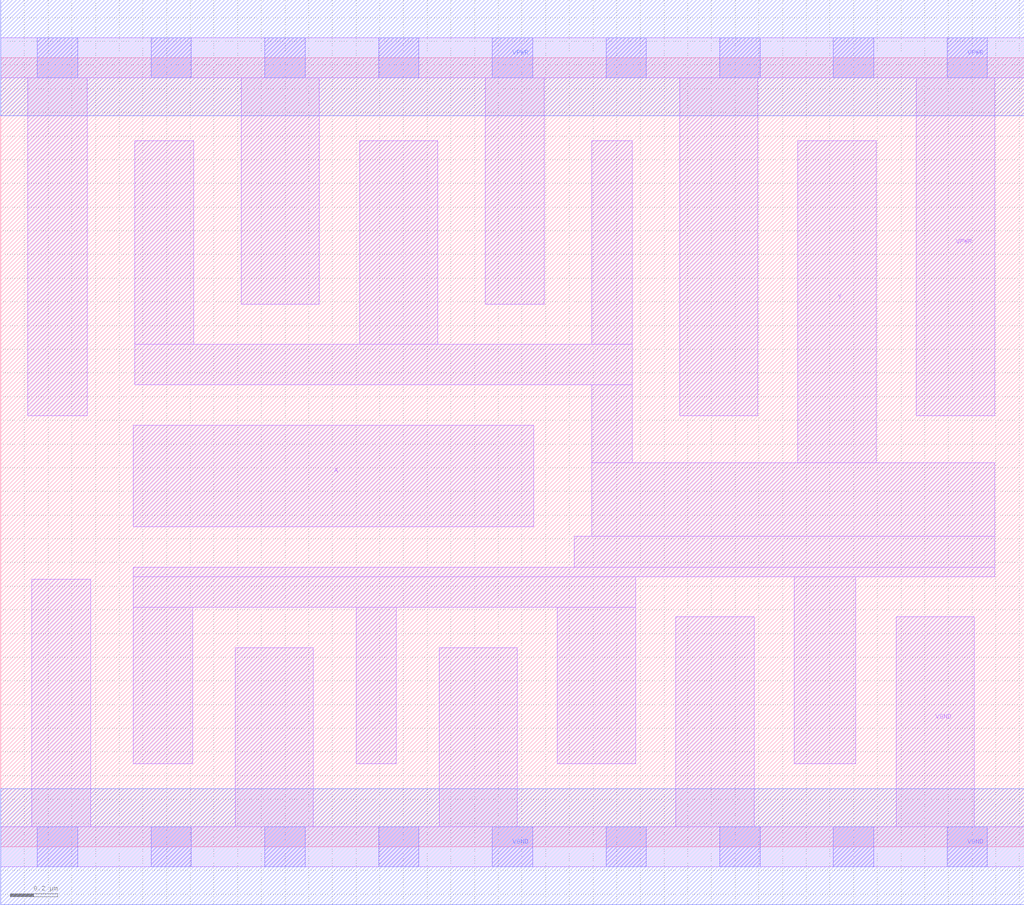
<source format=lef>
# Copyright 2020 The SkyWater PDK Authors
#
# Licensed under the Apache License, Version 2.0 (the "License");
# you may not use this file except in compliance with the License.
# You may obtain a copy of the License at
#
#     https://www.apache.org/licenses/LICENSE-2.0
#
# Unless required by applicable law or agreed to in writing, software
# distributed under the License is distributed on an "AS IS" BASIS,
# WITHOUT WARRANTIES OR CONDITIONS OF ANY KIND, either express or implied.
# See the License for the specific language governing permissions and
# limitations under the License.
#
# SPDX-License-Identifier: Apache-2.0

VERSION 5.7 ;
  NAMESCASESENSITIVE ON ;
  NOWIREEXTENSIONATPIN ON ;
  DIVIDERCHAR "/" ;
  BUSBITCHARS "[]" ;
UNITS
  DATABASE MICRONS 200 ;
END UNITS
MACRO sky130_fd_sc_ls__inv_8
  CLASS CORE ;
  SOURCE USER ;
  FOREIGN sky130_fd_sc_ls__inv_8 ;
  ORIGIN  0.000000  0.000000 ;
  SIZE  4.320000 BY  3.330000 ;
  SYMMETRY X Y ;
  SITE unit ;
  PIN A
    ANTENNAGATEAREA  2.232000 ;
    DIRECTION INPUT ;
    USE SIGNAL ;
    PORT
      LAYER li1 ;
        RECT 0.560000 1.350000 2.250000 1.780000 ;
    END
  END A
  PIN Y
    ANTENNADIFFAREA  2.172800 ;
    DIRECTION OUTPUT ;
    USE SIGNAL ;
    PORT
      LAYER li1 ;
        RECT 0.560000 0.350000 0.810000 1.010000 ;
        RECT 0.560000 1.010000 2.680000 1.140000 ;
        RECT 0.560000 1.140000 4.195000 1.180000 ;
        RECT 0.565000 1.950000 2.665000 2.120000 ;
        RECT 0.565000 2.120000 0.815000 2.980000 ;
        RECT 1.500000 0.350000 1.670000 1.010000 ;
        RECT 1.515000 2.120000 1.845000 2.980000 ;
        RECT 2.350000 0.350000 2.680000 1.010000 ;
        RECT 2.420000 1.180000 4.195000 1.310000 ;
        RECT 2.495000 1.310000 4.195000 1.620000 ;
        RECT 2.495000 1.620000 2.665000 1.950000 ;
        RECT 2.495000 2.120000 2.665000 2.980000 ;
        RECT 3.350000 0.350000 3.610000 1.140000 ;
        RECT 3.365000 1.620000 3.695000 2.980000 ;
    END
  END Y
  PIN VGND
    DIRECTION INOUT ;
    SHAPE ABUTMENT ;
    USE GROUND ;
    PORT
      LAYER li1 ;
        RECT 0.000000 -0.085000 4.320000 0.085000 ;
        RECT 0.130000  0.085000 0.380000 1.130000 ;
        RECT 0.990000  0.085000 1.320000 0.840000 ;
        RECT 1.850000  0.085000 2.180000 0.840000 ;
        RECT 2.850000  0.085000 3.180000 0.970000 ;
        RECT 3.780000  0.085000 4.110000 0.970000 ;
      LAYER mcon ;
        RECT 0.155000 -0.085000 0.325000 0.085000 ;
        RECT 0.635000 -0.085000 0.805000 0.085000 ;
        RECT 1.115000 -0.085000 1.285000 0.085000 ;
        RECT 1.595000 -0.085000 1.765000 0.085000 ;
        RECT 2.075000 -0.085000 2.245000 0.085000 ;
        RECT 2.555000 -0.085000 2.725000 0.085000 ;
        RECT 3.035000 -0.085000 3.205000 0.085000 ;
        RECT 3.515000 -0.085000 3.685000 0.085000 ;
        RECT 3.995000 -0.085000 4.165000 0.085000 ;
      LAYER met1 ;
        RECT 0.000000 -0.245000 4.320000 0.245000 ;
    END
  END VGND
  PIN VPWR
    DIRECTION INOUT ;
    SHAPE ABUTMENT ;
    USE POWER ;
    PORT
      LAYER li1 ;
        RECT 0.000000 3.245000 4.320000 3.415000 ;
        RECT 0.115000 1.820000 0.365000 3.245000 ;
        RECT 1.015000 2.290000 1.345000 3.245000 ;
        RECT 2.045000 2.290000 2.295000 3.245000 ;
        RECT 2.865000 1.820000 3.195000 3.245000 ;
        RECT 3.865000 1.820000 4.195000 3.245000 ;
      LAYER mcon ;
        RECT 0.155000 3.245000 0.325000 3.415000 ;
        RECT 0.635000 3.245000 0.805000 3.415000 ;
        RECT 1.115000 3.245000 1.285000 3.415000 ;
        RECT 1.595000 3.245000 1.765000 3.415000 ;
        RECT 2.075000 3.245000 2.245000 3.415000 ;
        RECT 2.555000 3.245000 2.725000 3.415000 ;
        RECT 3.035000 3.245000 3.205000 3.415000 ;
        RECT 3.515000 3.245000 3.685000 3.415000 ;
        RECT 3.995000 3.245000 4.165000 3.415000 ;
      LAYER met1 ;
        RECT 0.000000 3.085000 4.320000 3.575000 ;
    END
  END VPWR
END sky130_fd_sc_ls__inv_8

</source>
